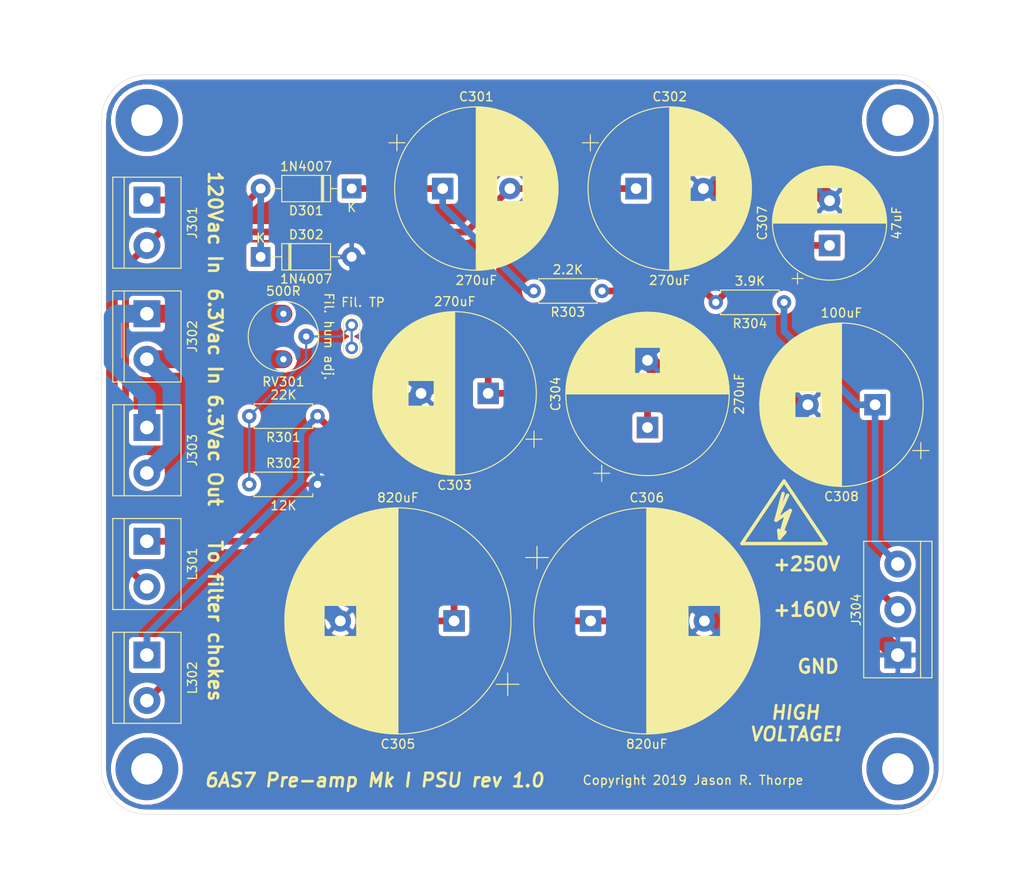
<source format=kicad_pcb>
(kicad_pcb (version 20171130) (host pcbnew "(5.1.4-0-10_14)")
  (title_block (title "6AS7 Pre-amp Mk I power supply") (date 2019-09-20) (rev 1.0) (company "San Francisco Electronworks") (comment 1 "For hobbyist use only.") (comment 2 "Copyright 2019 Jason R. Thorpe.  All rights reserved."))
  (layers (0 F.Cu signal) (31 B.Cu signal) (34 B.Paste user) (35 F.Paste user) (36 B.SilkS user) (37 F.SilkS user) (38 B.Mask user) (39 F.Mask user) (44 Edge.Cuts user))
  (net 0 "")
  (net 1 HV_120Vac_Y)
  (net 2 GND)
  (net 3 +250V)
  (net 4 +160V)
  (net 5 HV_120Vac_X)
  (net 6 Fil_6.3_Y)
  (net 7 Fil_6.3_X)
  (net 8 "Net-(C301-Pad1)")
  (net 9 "Net-(C305-Pad1)")
  (net 10 "Net-(C307-Pad1)")
  (net 11 Fil_TP)
  (module jrt-Graphics:Symbol_HighVoltage_Type2_FSilk_VerySmall (layer F.Cu) (at 167.64 106.68)
    (fp_text reference REF** hide)
    (fp_text value Symbol_HighVoltage_Type2_FSilk_VerySmall hide)
  )
  (module TestPoint:TestPoint_2Pads_Pitch2.54mm_Drill0.8mm (layer F.Cu) (at 119.38 85.09 270)
    (fp_text reference "Fil. TP" (at -2.54 -1.27 180) (layer F.SilkS))
    (fp_text value TestPoint_2Pads_Pitch2.54mm_Drill0.8mm hide)
    (pad 2 thru_hole circle (at 2.54 0 270) (size 1.4 1.4) (drill 0.8) (layers *.Cu *.Mask) (net 11 Fil_TP))
    (pad 1 thru_hole circle (at 0 0 270) (size 1.4 1.4) (drill 0.8) (layers *.Cu *.Mask) (net 11 Fil_TP))
  )
  (module MountingHole:MountingHole_3.5mm_Pad (layer F.Cu) (at 180.34 62.23)
    (fp_text reference REF** hide)
    (fp_text value MountingHole_3.5mm_Pad hide)
    (pad 1 thru_hole circle (at 0 0) (size 7 7) (drill 3.5) (layers *.Cu *.Mask))
  )
  (module MountingHole:MountingHole_3.5mm_Pad (layer F.Cu) (at 180.34 134.62)
    (fp_text reference REF** hide)
    (fp_text value MountingHole_3.5mm_Pad hide)
    (pad 1 thru_hole circle (at 0 0) (size 7 7) (drill 3.5) (layers *.Cu *.Mask))
  )
  (module MountingHole:MountingHole_3.5mm_Pad (layer F.Cu) (at 96.52 134.62)
    (fp_text reference REF** hide)
    (fp_text value MountingHole_3.5mm_Pad hide)
    (pad 1 thru_hole circle (at 0 0) (size 7 7) (drill 3.5) (layers *.Cu *.Mask))
  )
  (module MountingHole:MountingHole_3.5mm_Pad (layer F.Cu) (at 96.52 62.23)
    (fp_text reference REF** hide)
    (fp_text value MountingHole_3.5mm_Pad hide)
    (pad 1 thru_hole circle (at 0 0) (size 7 7) (drill 3.5) (layers *.Cu *.Mask))
  )
  (module Capacitor_THT:CP_Radial_D18.0mm_P7.50mm (layer F.Cu) (at 129.54 69.85)
    (fp_text reference C301 (at 3.75 -10.25) (layer F.SilkS))
    (fp_text value 270uF (at 3.75 10.25) (layer F.SilkS))
    (pad 1 thru_hole rect (at 0 0) (size 2.4 2.4) (drill 1.2) (layers *.Cu *.Mask) (net 8 "Net-(C301-Pad1)"))
    (pad 2 thru_hole circle (at 7.5 0) (size 2.4 2.4) (drill 1.2) (layers *.Cu *.Mask) (net 1 HV_120Vac_Y))
  )
  (module Capacitor_THT:CP_Radial_D18.0mm_P7.50mm (layer F.Cu) (at 151.13 69.85)
    (fp_text reference C302 (at 3.75 -10.25) (layer F.SilkS))
    (fp_text value 270uF (at 3.75 10.25) (layer F.SilkS))
    (pad 2 thru_hole circle (at 7.5 0) (size 2.4 2.4) (drill 1.2) (layers *.Cu *.Mask) (net 2 GND))
    (pad 1 thru_hole rect (at 0 0) (size 2.4 2.4) (drill 1.2) (layers *.Cu *.Mask) (net 1 HV_120Vac_Y))
  )
  (module Capacitor_THT:CP_Radial_D18.0mm_P7.50mm (layer F.Cu) (at 134.62 92.71 180)
    (fp_text reference C303 (at 3.75 -10.25) (layer F.SilkS))
    (fp_text value 270uF (at 3.75 10.25) (layer F.SilkS))
    (pad 2 thru_hole circle (at 7.5 0 180) (size 2.4 2.4) (drill 1.2) (layers *.Cu *.Mask) (net 2 GND))
    (pad 1 thru_hole rect (at 0 0 180) (size 2.4 2.4) (drill 1.2) (layers *.Cu *.Mask) (net 1 HV_120Vac_Y))
  )
  (module Capacitor_THT:CP_Radial_D12.5mm_P5.00mm (layer F.Cu) (at 172.72 76.2 90)
    (fp_text reference C307 (at 2.5 -7.5 90) (layer F.SilkS))
    (fp_text value 47uF (at 2.5 7.5 90) (layer F.SilkS))
    (pad 1 thru_hole rect (at 0 0 90) (size 2.4 2.4) (drill 1.2) (layers *.Cu *.Mask) (net 10 "Net-(C307-Pad1)"))
    (pad 2 thru_hole circle (at 5 0 90) (size 2.4 2.4) (drill 1.2) (layers *.Cu *.Mask) (net 2 GND))
  )
  (module Capacitor_THT:CP_Radial_D18.0mm_P7.50mm (layer F.Cu) (at 152.4 96.52 90)
    (fp_text reference C304 (at 3.75 -10.25 90) (layer F.SilkS))
    (fp_text value 270uF (at 3.75 10.25 90) (layer F.SilkS))
    (pad 1 thru_hole rect (at 0 0 90) (size 2.4 2.4) (drill 1.2) (layers *.Cu *.Mask) (net 1 HV_120Vac_Y))
    (pad 2 thru_hole circle (at 7.5 0 90) (size 2.4 2.4) (drill 1.2) (layers *.Cu *.Mask) (net 2 GND))
  )
  (module Capacitor_THT:CP_Radial_D18.0mm_P7.50mm (layer F.Cu) (at 177.8 93.98 180)
    (fp_text reference C308 (at 3.75 -10.25) (layer F.SilkS))
    (fp_text value 100uF (at 3.75 10.25) (layer F.SilkS))
    (pad 1 thru_hole rect (at 0 0 180) (size 2.4 2.4) (drill 1.2) (layers *.Cu *.Mask) (net 3 +250V))
    (pad 2 thru_hole circle (at 7.5 0 180) (size 2.4 2.4) (drill 1.2) (layers *.Cu *.Mask) (net 2 GND))
  )
  (module jrt-Capacitors:CP_Radial_D25.0mm_P12.50mm (layer F.Cu) (at 129.54 118.11 180)
    (fp_text reference C305 (at 5 -13.75) (layer F.SilkS))
    (fp_text value 820uF (at 5 13.75) (layer F.SilkS))
    (pad 1 thru_hole rect (at -1.27 0 180) (size 2.4 2.4) (drill 1.2) (layers *.Cu *.Mask) (net 9 "Net-(C305-Pad1)"))
    (pad 2 thru_hole circle (at 11.43 0 180) (size 2.4 2.4) (drill 1.2) (layers *.Cu *.Mask) (net 2 GND))
  )
  (module jrt-Capacitors:CP_Radial_D25.0mm_P12.50mm (layer F.Cu) (at 147.32 118.11)
    (fp_text reference C306 (at 5 -13.75) (layer F.SilkS))
    (fp_text value 820uF (at 5 13.75) (layer F.SilkS))
    (pad 2 thru_hole circle (at 11.43 0) (size 2.4 2.4) (drill 1.2) (layers *.Cu *.Mask) (net 2 GND))
    (pad 1 thru_hole rect (at -1.27 0) (size 2.4 2.4) (drill 1.2) (layers *.Cu *.Mask) (net 4 +160V))
  )
  (module Diode_THT:D_DO-41_SOD81_P10.16mm_Horizontal (layer F.Cu) (at 119.38 69.85 180)
    (fp_text reference D301 (at 5.08 -2.47) (layer F.SilkS))
    (fp_text value 1N4007 (at 5.08 2.47) (layer F.SilkS))
    (fp_text user K (at 0 -2.1) (layer F.SilkS))
    (pad 1 thru_hole rect (at 0 0 180) (size 2.2 2.2) (drill 1.1) (layers *.Cu *.Mask) (net 8 "Net-(C301-Pad1)"))
    (pad 2 thru_hole oval (at 10.16 0 180) (size 2.2 2.2) (drill 1.1) (layers *.Cu *.Mask) (net 5 HV_120Vac_X))
  )
  (module Diode_THT:D_DO-41_SOD81_P10.16mm_Horizontal (layer F.Cu) (at 109.22 77.47)
    (fp_text reference D302 (at 5.08 -2.47) (layer F.SilkS))
    (fp_text value 1N4007 (at 5.08 2.47) (layer F.SilkS))
    (fp_text user K (at 0 -2.1) (layer F.SilkS))
    (pad 2 thru_hole oval (at 10.16 0) (size 2.2 2.2) (drill 1.1) (layers *.Cu *.Mask) (net 2 GND))
    (pad 1 thru_hole rect (at 0 0) (size 2.2 2.2) (drill 1.1) (layers *.Cu *.Mask) (net 5 HV_120Vac_X))
  )
  (module TerminalBlock:TerminalBlock_bornier-2_P5.08mm (layer F.Cu) (at 96.52 71.12 270)
    (fp_text reference J301 (at 2.54 -5.08 90) (layer F.SilkS))
    (fp_text value Screw_Terminal_01x02 hide)
    (pad 1 thru_hole rect (at 0 0 270) (size 3 3) (drill 1.52) (layers *.Cu *.Mask) (net 5 HV_120Vac_X))
    (pad 2 thru_hole circle (at 5.08 0 270) (size 3 3) (drill 1.52) (layers *.Cu *.Mask) (net 1 HV_120Vac_Y))
  )
  (module TerminalBlock:TerminalBlock_bornier-2_P5.08mm (layer F.Cu) (at 96.52 83.82 270)
    (fp_text reference J302 (at 2.54 -5.08 90) (layer F.SilkS))
    (fp_text value Screw_Terminal_01x02 hide)
    (pad 2 thru_hole circle (at 5.08 0 270) (size 3 3) (drill 1.52) (layers *.Cu *.Mask) (net 6 Fil_6.3_Y))
    (pad 1 thru_hole rect (at 0 0 270) (size 3 3) (drill 1.52) (layers *.Cu *.Mask) (net 7 Fil_6.3_X))
  )
  (module TerminalBlock:TerminalBlock_bornier-2_P5.08mm (layer F.Cu) (at 96.52 96.52 270)
    (fp_text reference J303 (at 2.54 -5.08 90) (layer F.SilkS))
    (fp_text value Screw_Terminal_01x02 hide)
    (pad 1 thru_hole rect (at 0 0 270) (size 3 3) (drill 1.52) (layers *.Cu *.Mask) (net 7 Fil_6.3_X))
    (pad 2 thru_hole circle (at 5.08 0 270) (size 3 3) (drill 1.52) (layers *.Cu *.Mask) (net 6 Fil_6.3_Y))
  )
  (module TerminalBlock:TerminalBlock_bornier-3_P5.08mm (layer F.Cu) (at 180.34 121.92 90)
    (fp_text reference J304 (at 5.05 -4.65 90) (layer F.SilkS))
    (fp_text value Screw_Terminal_01x03 hide)
    (pad 1 thru_hole rect (at 0 0 90) (size 3 3) (drill 1.52) (layers *.Cu *.Mask) (net 2 GND))
    (pad 2 thru_hole circle (at 5.08 0 90) (size 3 3) (drill 1.52) (layers *.Cu *.Mask) (net 4 +160V))
    (pad 3 thru_hole circle (at 10.16 0 90) (size 3 3) (drill 1.52) (layers *.Cu *.Mask) (net 3 +250V))
  )
  (module TerminalBlock:TerminalBlock_bornier-2_P5.08mm (layer F.Cu) (at 96.52 109.22 270)
    (fp_text reference L301 (at 2.54 -5.08 90) (layer F.SilkS))
    (fp_text value 1.5H)
    (pad 1 thru_hole rect (at 0 0 270) (size 3 3) (drill 1.52) (layers *.Cu *.Mask) (net 9 "Net-(C305-Pad1)"))
    (pad 2 thru_hole circle (at 5.08 0 270) (size 3 3) (drill 1.52) (layers *.Cu *.Mask) (net 1 HV_120Vac_Y))
  )
  (module TerminalBlock:TerminalBlock_bornier-2_P5.08mm (layer F.Cu) (at 96.52 121.92 270)
    (fp_text reference L302 (at 2.54 -5.08 90) (layer F.SilkS))
    (fp_text value 1.5H)
    (pad 2 thru_hole circle (at 5.08 0 270) (size 3 3) (drill 1.52) (layers *.Cu *.Mask) (net 9 "Net-(C305-Pad1)"))
    (pad 1 thru_hole rect (at 0 0 270) (size 3 3) (drill 1.52) (layers *.Cu *.Mask) (net 4 +160V))
  )
  (module Resistor_THT:R_Axial_DIN0207_L6.3mm_D2.5mm_P7.62mm_Horizontal (layer F.Cu) (at 115.57 95.25 180)
    (fp_text reference R301 (at 3.81 -2.37) (layer F.SilkS))
    (fp_text value 22K (at 3.81 2.37) (layer F.SilkS))
    (pad 1 thru_hole circle (at 0 0 180) (size 1.6 1.6) (drill 0.8) (layers *.Cu *.Mask) (net 4 +160V))
    (pad 2 thru_hole oval (at 7.62 0 180) (size 1.6 1.6) (drill 0.8) (layers *.Cu *.Mask) (net 11 Fil_TP))
  )
  (module Resistor_THT:R_Axial_DIN0207_L6.3mm_D2.5mm_P7.62mm_Horizontal (layer F.Cu) (at 107.95 102.87)
    (fp_text reference R302 (at 3.81 -2.37) (layer F.SilkS))
    (fp_text value 12K (at 3.81 2.37) (layer F.SilkS))
    (pad 2 thru_hole oval (at 7.62 0) (size 1.6 1.6) (drill 0.8) (layers *.Cu *.Mask) (net 2 GND))
    (pad 1 thru_hole circle (at 0 0) (size 1.6 1.6) (drill 0.8) (layers *.Cu *.Mask) (net 11 Fil_TP))
  )
  (module Resistor_THT:R_Axial_DIN0207_L6.3mm_D2.5mm_P7.62mm_Horizontal (layer F.Cu) (at 147.32 81.28 180)
    (fp_text reference R303 (at 3.81 -2.37) (layer F.SilkS))
    (fp_text value 2.2K (at 3.81 2.37) (layer F.SilkS))
    (pad 1 thru_hole circle (at 0 0 180) (size 1.6 1.6) (drill 0.8) (layers *.Cu *.Mask) (net 10 "Net-(C307-Pad1)"))
    (pad 2 thru_hole oval (at 7.62 0 180) (size 1.6 1.6) (drill 0.8) (layers *.Cu *.Mask) (net 8 "Net-(C301-Pad1)"))
  )
  (module Resistor_THT:R_Axial_DIN0207_L6.3mm_D2.5mm_P7.62mm_Horizontal (layer F.Cu) (at 167.64 82.55 180)
    (fp_text reference R304 (at 3.81 -2.37) (layer F.SilkS))
    (fp_text value 3.9K (at 3.81 2.37) (layer F.SilkS))
    (pad 2 thru_hole oval (at 7.62 0 180) (size 1.6 1.6) (drill 0.8) (layers *.Cu *.Mask) (net 10 "Net-(C307-Pad1)"))
    (pad 1 thru_hole circle (at 0 0 180) (size 1.6 1.6) (drill 0.8) (layers *.Cu *.Mask) (net 3 +250V))
  )
  (module Potentiometer_THT:Potentiometer_Bourns_3339P_Vertical_HandSoldering (layer F.Cu) (at 111.76 83.82 180)
    (fp_text reference RV301 (at 0 -7.6) (layer F.SilkS))
    (fp_text value 500R (at 0 2.52) (layer F.SilkS))
    (pad 3 thru_hole circle (at 0 -5.08 180) (size 1.75 1.75) (drill 0.7) (layers *.Cu *.Mask) (net 6 Fil_6.3_Y))
    (pad 2 thru_hole circle (at -2.54 -2.54 180) (size 1.75 1.75) (drill 0.7) (layers *.Cu *.Mask) (net 11 Fil_TP))
    (pad 1 thru_hole circle (at 0 0 180) (size 1.75 1.75) (drill 0.7) (layers *.Cu *.Mask) (net 7 Fil_6.3_X))
  )
  (gr_text "HIGH\nVOLTAGE!" (at 168.91 129.54) (layer F.SilkS) (effects (font (size 1.5 1.5) (thickness 0.3) italic)))
  (gr_text "Fil. hum adj." (at 116.84 86.36 270) (layer F.SilkS) (effects (font (size 1 1))))
  (gr_text "Copyright 2019 Jason R. Thorpe" (at 157.48 135.89) (layer F.SilkS) (effects (font (size 1 1))))
  (gr_line (start 180.34 139.7) (end 96.52 139.7) (layer Edge.Cuts) (width 0.05))
  (gr_line (start 185.42 62.23) (end 185.42 134.62) (layer Edge.Cuts) (width 0.05))
  (gr_line (start 96.52 57.15) (end 180.34 57.15) (layer Edge.Cuts) (width 0.05))
  (gr_line (start 91.44 134.62) (end 91.44 62.23) (layer Edge.Cuts) (width 0.05))
  (gr_arc (start 96.52 62.23) (end 96.52 57.15) (angle -90) (layer Edge.Cuts) (width 0.05))
  (gr_arc (start 96.52 134.62) (end 91.44 134.62) (angle -90) (layer Edge.Cuts) (width 0.05))
  (gr_arc (start 180.34 134.62) (end 180.34 139.7) (angle -90) (layer Edge.Cuts) (width 0.05))
  (gr_arc (start 180.34 62.23) (end 185.42 62.23) (angle -90) (layer Edge.Cuts) (width 0.05))
  (gr_text "6AS7 Pre-amp Mk I PSU rev 1.0" (at 121.92 135.89) (layer F.SilkS) (effects (font (size 1.5 1.5) (thickness 0.3) italic)))
  (gr_text +250V (at 170.18 111.76) (layer F.SilkS) (effects (font (size 1.5 1.5) (thickness 0.3))))
  (gr_text +160V (at 170.18 116.84) (layer F.SilkS) (effects (font (size 1.5 1.5) (thickness 0.3))))
  (gr_text GND (at 171.45 123.19) (layer F.SilkS) (effects (font (size 1.5 1.5) (thickness 0.3))))
  (gr_text "To filter chokes" (at 104.14 118.11 270) (layer F.SilkS) (effects (font (size 1.5 1.5) (thickness 0.3))))
  (gr_text "6.3Vac Out" (at 104.14 99.06 270) (layer F.SilkS) (effects (font (size 1.5 1.5) (thickness 0.3))))
  (gr_text "6.3Vac In" (at 104.14 86.36 270) (layer F.SilkS) (effects (font (size 1.5 1.5) (thickness 0.3))))
  (gr_text "120Vac In" (at 104.14 73.66 270) (layer F.SilkS) (effects (font (size 1.5 1.5) (thickness 0.3))))
  (segment (start 135.840001 71.049999) (end 137.04 69.85) (width 0.75) (layer F.Cu) (net 1))
  (segment (start 132.189999 74.700001) (end 135.840001 71.049999) (width 0.75) (layer F.Cu) (net 1))
  (segment (start 98.019999 74.700001) (end 132.189999 74.700001) (width 0.75) (layer F.Cu) (net 1))
  (segment (start 96.52 76.2) (end 98.019999 74.700001) (width 0.75) (layer F.Cu) (net 1))
  (segment (start 137.04 69.85) (end 151.13 69.85) (width 0.75) (layer F.Cu) (net 1))
  (segment (start 152.4 94.57) (end 152.4 96.52) (width 0.75) (layer F.Cu) (net 1))
  (segment (start 150.54 92.71) (end 152.4 94.57) (width 0.75) (layer F.Cu) (net 1))
  (segment (start 134.62 92.71) (end 150.54 92.71) (width 0.75) (layer F.Cu) (net 1))
  (segment (start 134.62 72.27) (end 137.04 69.85) (width 0.75) (layer F.Cu) (net 1))
  (segment (start 134.62 92.71) (end 134.62 72.27) (width 0.75) (layer F.Cu) (net 1))
  (segment (start 95.020001 77.699999) (end 96.52 76.2) (width 0.75) (layer F.Cu) (net 1))
  (segment (start 94.144999 111.924999) (end 94.144999 78.575001) (width 0.75) (layer F.Cu) (net 1))
  (segment (start 94.144999 78.575001) (end 95.020001 77.699999) (width 0.75) (layer F.Cu) (net 1))
  (segment (start 96.52 114.3) (end 94.144999 111.924999) (width 0.75) (layer F.Cu) (net 1))
  (segment (start 171.37 69.85) (end 172.72 71.2) (width 2) (layer F.Cu) (net 2))
  (segment (start 158.63 69.85) (end 171.37 69.85) (width 2) (layer F.Cu) (net 2))
  (segment (start 152.4 76.08) (end 152.4 89.02) (width 2) (layer B.Cu) (net 2))
  (segment (start 158.63 69.85) (end 152.4 76.08) (width 2) (layer B.Cu) (net 2))
  (segment (start 127.12 85.21) (end 127.12 92.71) (width 2) (layer B.Cu) (net 2))
  (segment (start 119.38 77.47) (end 127.12 85.21) (width 2) (layer B.Cu) (net 2))
  (segment (start 115.57 115.57) (end 118.11 118.11) (width 2) (layer B.Cu) (net 2))
  (segment (start 115.57 102.87) (end 115.57 115.57) (width 2) (layer B.Cu) (net 2))
  (segment (start 116.96 102.87) (end 127.12 92.71) (width 2) (layer B.Cu) (net 2))
  (segment (start 115.57 102.87) (end 116.96 102.87) (width 2) (layer B.Cu) (net 2))
  (segment (start 176.53 118.11) (end 180.34 121.92) (width 2) (layer F.Cu) (net 2))
  (segment (start 158.75 118.11) (end 176.53 118.11) (width 2) (layer F.Cu) (net 2))
  (segment (start 158.75 105.53) (end 170.3 93.98) (width 2) (layer B.Cu) (net 2))
  (segment (start 158.75 118.11) (end 158.75 105.53) (width 2) (layer B.Cu) (net 2))
  (segment (start 157.36 93.98) (end 152.4 89.02) (width 2) (layer F.Cu) (net 2))
  (segment (start 170.3 93.98) (end 157.36 93.98) (width 2) (layer F.Cu) (net 2))
  (segment (start 130.81 89.02) (end 127.12 92.71) (width 2) (layer B.Cu) (net 2))
  (segment (start 152.4 89.02) (end 130.81 89.02) (width 2) (layer B.Cu) (net 2))
  (segment (start 175.85 93.98) (end 177.8 93.98) (width 0.75) (layer B.Cu) (net 3))
  (segment (start 167.64 85.77) (end 175.85 93.98) (width 0.75) (layer B.Cu) (net 3))
  (segment (start 167.64 82.55) (end 167.64 85.77) (width 0.75) (layer B.Cu) (net 3))
  (segment (start 177.8 109.22) (end 180.34 111.76) (width 0.75) (layer B.Cu) (net 3))
  (segment (start 177.8 93.98) (end 177.8 109.22) (width 0.75) (layer B.Cu) (net 3))
  (segment (start 178.840001 115.340001) (end 180.34 116.84) (width 0.75) (layer F.Cu) (net 4))
  (segment (start 150.769999 115.340001) (end 178.840001 115.340001) (width 0.75) (layer F.Cu) (net 4))
  (segment (start 148 118.11) (end 150.769999 115.340001) (width 0.75) (layer F.Cu) (net 4))
  (segment (start 146.05 118.11) (end 148 118.11) (width 0.75) (layer F.Cu) (net 4))
  (segment (start 96.52 119.67) (end 96.52 121.92) (width 0.75) (layer B.Cu) (net 4))
  (segment (start 113.69499 102.49501) (end 96.52 119.67) (width 0.75) (layer B.Cu) (net 4))
  (segment (start 113.69499 97.12501) (end 113.69499 102.49501) (width 0.75) (layer B.Cu) (net 4))
  (segment (start 115.57 95.25) (end 113.69499 97.12501) (width 0.75) (layer B.Cu) (net 4))
  (segment (start 138.43 118.11) (end 115.57 95.25) (width 0.75) (layer F.Cu) (net 4))
  (segment (start 146.05 118.11) (end 138.43 118.11) (width 0.75) (layer F.Cu) (net 4))
  (segment (start 107.95 71.12) (end 109.22 69.85) (width 0.75) (layer F.Cu) (net 5))
  (segment (start 96.52 71.12) (end 107.95 71.12) (width 0.75) (layer F.Cu) (net 5))
  (segment (start 109.22 69.85) (end 109.22 77.47) (width 0.75) (layer B.Cu) (net 5))
  (segment (start 96.52 88.9) (end 111.76 88.9) (width 2) (layer F.Cu) (net 6))
  (segment (start 99.270001 98.849999) (end 99.270001 91.650001) (width 2) (layer B.Cu) (net 6))
  (segment (start 98.019999 90.399999) (end 96.52 88.9) (width 2) (layer B.Cu) (net 6))
  (segment (start 99.270001 91.650001) (end 98.019999 90.399999) (width 2) (layer B.Cu) (net 6))
  (segment (start 96.52 101.6) (end 99.270001 98.849999) (width 2) (layer B.Cu) (net 6))
  (segment (start 96.52 83.82) (end 111.76 83.82) (width 2) (layer F.Cu) (net 7))
  (segment (start 92.71501 84.12499) (end 93.02 83.82) (width 2) (layer B.Cu) (net 7))
  (segment (start 92.71501 89.21501) (end 92.71501 84.12499) (width 2) (layer B.Cu) (net 7))
  (segment (start 96.52 93.02) (end 92.71501 89.21501) (width 2) (layer B.Cu) (net 7))
  (segment (start 93.02 83.82) (end 96.52 83.82) (width 2) (layer B.Cu) (net 7))
  (segment (start 96.52 96.52) (end 96.52 93.02) (width 2) (layer B.Cu) (net 7))
  (segment (start 139.02 81.28) (end 139.7 81.28) (width 0.75) (layer B.Cu) (net 8))
  (segment (start 129.54 71.8) (end 139.02 81.28) (width 0.75) (layer B.Cu) (net 8))
  (segment (start 129.54 69.85) (end 129.54 71.8) (width 0.75) (layer B.Cu) (net 8))
  (segment (start 119.38 69.85) (end 129.54 69.85) (width 0.75) (layer F.Cu) (net 8))
  (segment (start 121.469999 125.500001) (end 128.86 118.11) (width 0.75) (layer F.Cu) (net 9))
  (segment (start 128.86 118.11) (end 130.81 118.11) (width 0.75) (layer F.Cu) (net 9))
  (segment (start 98.019999 125.500001) (end 121.469999 125.500001) (width 0.75) (layer F.Cu) (net 9))
  (segment (start 96.52 127) (end 98.019999 125.500001) (width 0.75) (layer F.Cu) (net 9))
  (segment (start 130.81 116.16) (end 130.81 118.11) (width 0.75) (layer F.Cu) (net 9))
  (segment (start 123.87 109.22) (end 130.81 116.16) (width 0.75) (layer F.Cu) (net 9))
  (segment (start 96.52 109.22) (end 123.87 109.22) (width 0.75) (layer F.Cu) (net 9))
  (segment (start 158.75 81.28) (end 160.02 82.55) (width 0.75) (layer F.Cu) (net 10))
  (segment (start 147.32 81.28) (end 158.75 81.28) (width 0.75) (layer F.Cu) (net 10))
  (segment (start 166.37 76.2) (end 172.72 76.2) (width 0.75) (layer F.Cu) (net 10))
  (segment (start 160.02 82.55) (end 166.37 76.2) (width 0.75) (layer F.Cu) (net 10))
  (segment (start 107.95 95.25) (end 107.95 102.87) (width 0.25) (layer B.Cu) (net 11))
  (segment (start 114.3 88.9) (end 114.3 86.36) (width 0.25) (layer B.Cu) (net 11))
  (segment (start 107.95 95.25) (end 114.3 88.9) (width 0.25) (layer B.Cu) (net 11))
  (segment (start 118.11 86.36) (end 119.38 85.09) (width 0.25) (layer B.Cu) (net 11))
  (segment (start 114.3 86.36) (end 118.11 86.36) (width 0.25) (layer B.Cu) (net 11))
  (segment (start 119.38 85.09) (end 119.38 87.63) (width 0.25) (layer B.Cu) (net 11))
  (zone (net 2) (net_name GND) (layer F.Cu) (connect_pads (clearance 0.508)) (min_thickness 0.254) (fill yes (arc_segments 32) (thermal_gap 0.508) (thermal_bridge_width 0.508))
    (polygon (pts (xy 91.44 57.15) (xy 185.42 57.15) (xy 185.42 139.7) (xy 91.44 139.7)))
  )
  (zone (net 2) (net_name GND) (layer B.Cu) (connect_pads (clearance 0.508)) (min_thickness 0.254) (fill yes (arc_segments 32) (thermal_gap 0.508) (thermal_bridge_width 0.508))
    (polygon (pts (xy 91.44 57.15) (xy 185.42 57.15) (xy 185.42 139.7) (xy 91.44 139.7)))
  )
)
</source>
